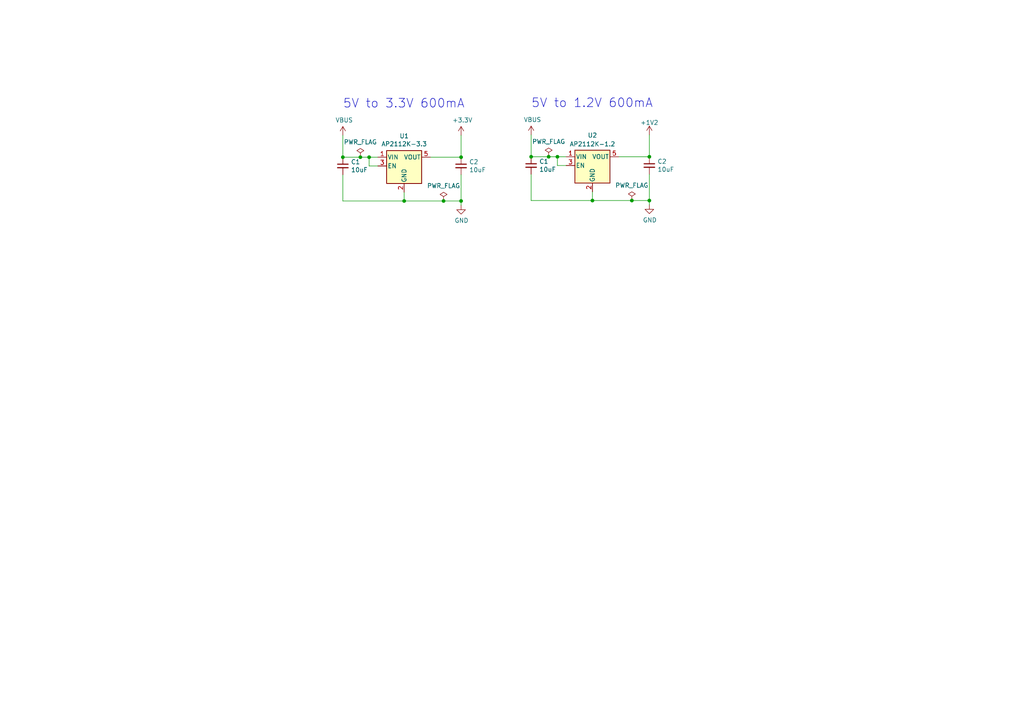
<source format=kicad_sch>
(kicad_sch (version 20230121) (generator eeschema)
  (paper "A4")
  (title_block (date "2023-04-29"))
  (lib_symbols
    (symbol "Device:C_Small" (pin_numbers hide) (pin_names (offset 0.254) hide)
      (property "Reference" "C" (at 0.254 1.778 0))
      (property "Value" "C_Small" (at 0.254 -2.032 0))
      (symbol "C_Small_0_1"
        (polyline (pts (xy -1.524 -0.508) (xy 1.524 -0.508)) (stroke (width 0.3302)))
        (polyline (pts (xy -1.524 0.508) (xy 1.524 0.508)) (stroke (width 0.3048)))
      )
      (symbol "C_Small_1_1"
        (pin passive line (at 0 2.54 270) (length 2.032) (name "~") (number "1"))
        (pin passive line (at 0 -2.54 90) (length 2.032) (name "~") (number "2"))
      )
    )
    (symbol "Regulator_Linear:AP2112K-1.2" (pin_names (offset 0.254))
      (property "Reference" "U" (at -5.08 5.715 0))
      (property "Value" "AP2112K-1.2" (at 0 5.715 0))
      (symbol "AP2112K-1.2_0_1"
        (rectangle (start -5.08 4.445) (end 5.08 -5.08) (stroke (width 0.254)) (fill (type background)))
      )
      (symbol "AP2112K-1.2_1_1"
        (pin power_in line (at -7.62 2.54 0) (length 2.54) (name "VIN") (number "1"))
        (pin power_in line (at 0 -7.62 90) (length 2.54) (name "GND") (number "2"))
        (pin input line (at -7.62 0 0) (length 2.54) (name "EN") (number "3"))
        (pin no_connect line (at 5.08 0 180) (length 2.54) hide (name "NC") (number "4"))
        (pin power_out line (at 7.62 2.54 180) (length 2.54) (name "VOUT") (number "5"))
      )
    )
    (symbol "Regulator_Linear:AP2112K-3.3" (pin_names (offset 0.254))
      (property "Reference" "U" (at -5.08 5.715 0))
      (property "Value" "AP2112K-3.3" (at 0 5.715 0))
      (symbol "AP2112K-3.3_0_1"
        (rectangle (start -5.08 4.445) (end 5.08 -5.08) (stroke (width 0.254)) (fill (type background)))
      )
      (symbol "AP2112K-3.3_1_1"
        (pin power_in line (at -7.62 2.54 0) (length 2.54) (name "VIN") (number "1"))
        (pin power_in line (at 0 -7.62 90) (length 2.54) (name "GND") (number "2"))
        (pin input line (at -7.62 0 0) (length 2.54) (name "EN") (number "3"))
        (pin no_connect line (at 5.08 0 180) (length 2.54) hide (name "NC") (number "4"))
        (pin power_out line (at 7.62 2.54 180) (length 2.54) (name "VOUT") (number "5"))
      )
    )
    (symbol "power:+1V2" (power) (pin_names (offset 0))
      (property "Value" "+1V2" (at 0 3.556 0))
      (symbol "+1V2_0_1"
        (polyline (pts (xy -0.762 1.27) (xy 0 2.54)))
        (polyline (pts (xy 0 0) (xy 0 2.54)))
        (polyline (pts (xy 0 2.54) (xy 0.762 1.27)))
      )
      (symbol "+1V2_1_1"
        (pin power_in line (at 0 0 90) (length 0) hide (name "+1V2") (number "1"))
      )
    )
    (symbol "power:+3.3V" (power) (pin_names (offset 0))
      (property "Value" "+3.3V" (at 0 3.556 0))
      (symbol "+3.3V_0_1"
        (polyline (pts (xy -0.762 1.27) (xy 0 2.54)))
        (polyline (pts (xy 0 0) (xy 0 2.54)))
        (polyline (pts (xy 0 2.54) (xy 0.762 1.27)))
      )
      (symbol "+3.3V_1_1"
        (pin power_in line (at 0 0 90) (length 0) hide (name "+3.3V") (number "1"))
      )
    )
    (symbol "power:GND" (power) (pin_names (offset 0))
      (property "Value" "GND" (at 0 -3.81 0))
      (symbol "GND_0_1"
        (polyline (pts (xy 0 0) (xy 0 -1.27) (xy 1.27 -1.27) (xy 0 -2.54) (xy -1.27 -1.27) (xy 0 -1.27)))
      )
      (symbol "GND_1_1"
        (pin power_in line (at 0 0 270) (length 0) hide (name "GND") (number "1"))
      )
    )
    (symbol "power:PWR_FLAG" (power) (pin_numbers hide) (pin_names (offset 0) hide)
      (property "Value" "PWR_FLAG" (at 0 3.81 0))
      (symbol "PWR_FLAG_0_0"
        (pin power_out line (at 0 0 90) (length 0) (name "pwr") (number "1"))
      )
      (symbol "PWR_FLAG_0_1"
        (polyline (pts (xy 0 0) (xy 0 1.27) (xy -1.016 1.905) (xy 0 2.54) (xy 1.016 1.905) (xy 0 1.27)))
      )
    )
    (symbol "power:VBUS" (power) (pin_names (offset 0))
      (property "Value" "VBUS" (at 0 3.81 0))
      (symbol "VBUS_0_1"
        (polyline (pts (xy -0.762 1.27) (xy 0 2.54)))
        (polyline (pts (xy 0 0) (xy 0 2.54)))
        (polyline (pts (xy 0 2.54) (xy 0.762 1.27)))
      )
      (symbol "VBUS_1_1"
        (pin power_in line (at 0 0 90) (length 0) hide (name "VBUS") (number "1"))
      )
    )
  )
  (junction (at 133.731 58.293))
  (junction (at 188.341 45.466))
  (junction (at 188.341 58.166))
  (junction (at 161.671 45.466))
  (junction (at 128.651 58.293))
  (junction (at 117.221 58.293))
  (junction (at 104.521 45.593))
  (junction (at 107.061 45.593))
  (junction (at 159.131 45.466))
  (junction (at 183.261 58.166))
  (junction (at 133.731 45.593))
  (junction (at 154.051 45.466))
  (junction (at 171.831 58.166))
  (junction (at 99.441 45.593))
  (wire (pts (xy 104.521 45.593) (xy 107.061 45.593)))
  (wire (pts (xy 133.731 50.673) (xy 133.731 58.293)))
  (wire (pts (xy 99.441 58.293) (xy 117.221 58.293)))
  (wire (pts (xy 171.831 55.626) (xy 171.831 58.166)))
  (wire (pts (xy 171.831 58.166) (xy 183.261 58.166)))
  (wire (pts (xy 128.651 58.293) (xy 133.731 58.293)))
  (wire (pts (xy 117.221 58.293) (xy 128.651 58.293)))
  (wire (pts (xy 154.051 39.116) (xy 154.051 45.466)))
  (wire (pts (xy 179.451 45.466) (xy 188.341 45.466)))
  (wire (pts (xy 99.441 50.673) (xy 99.441 58.293)))
  (wire (pts (xy 188.341 39.116) (xy 188.341 45.466)))
  (wire (pts (xy 188.341 58.166) (xy 188.341 59.436)))
  (wire (pts (xy 154.051 45.466) (xy 159.131 45.466)))
  (wire (pts (xy 161.671 48.006) (xy 161.671 45.466)))
  (wire (pts (xy 164.211 48.006) (xy 161.671 48.006)))
  (wire (pts (xy 161.671 45.466) (xy 164.211 45.466)))
  (wire (pts (xy 109.601 48.133) (xy 107.061 48.133)))
  (wire (pts (xy 124.841 45.593) (xy 133.731 45.593)))
  (wire (pts (xy 107.061 45.593) (xy 109.601 45.593)))
  (wire (pts (xy 154.051 58.166) (xy 171.831 58.166)))
  (wire (pts (xy 159.131 45.466) (xy 161.671 45.466)))
  (wire (pts (xy 188.341 50.546) (xy 188.341 58.166)))
  (wire (pts (xy 183.261 58.166) (xy 188.341 58.166)))
  (wire (pts (xy 99.441 39.243) (xy 99.441 45.593)))
  (wire (pts (xy 154.051 50.546) (xy 154.051 58.166)))
  (wire (pts (xy 99.441 45.593) (xy 104.521 45.593)))
  (wire (pts (xy 133.731 58.293) (xy 133.731 59.563)))
  (wire (pts (xy 117.221 55.753) (xy 117.221 58.293)))
  (wire (pts (xy 107.061 48.133) (xy 107.061 45.593)))
  (wire (pts (xy 133.731 39.243) (xy 133.731 45.593)))
  (text "5V to 3.3V 600mA" (at 99.441 31.623 0) (effects (font (size 2.54 2.54)) (justify left bottom)))
  (text "5V to 1.2V 600mA" (at 154.051 31.496 0) (effects (font (size 2.54 2.54)) (justify left bottom)))
  (symbol (lib_id "power:PWR_FLAG") (at 104.521 45.593 0) (unit 1)
    (property "Reference" "#FLG01" (effects hide))
    (property "Value" "PWR_FLAG" (at 104.521 41.1988 0))
  )
  (symbol (lib_id "Device:C_Small") (at 99.441 48.133 0) (unit 1)
    (property "Reference" "C1" (at 101.7778 46.9646 0) (effects (justify left)))
    (property "Value" "10uF" (at 101.7778 49.276 0) (effects (justify left)))
    (property "Footprint" "Capacitor_SMD:C_0805_2012Metric" (effects hide))
  )
  (symbol (lib_id "power:PWR_FLAG") (at 159.131 45.466 0) (unit 1)
    (property "Reference" "#FLG01" (effects hide))
    (property "Value" "PWR_FLAG" (at 159.131 41.0718 0))
    (instances (project "framework-dock" (path "" (reference "#FLG01") (unit 1)) (path "" (reference "#FLG03") (unit 1))))
  )
  (symbol (lib_id "power:+3.3V") (at 133.731 39.243 0) (unit 1)
    (property "Reference" "#PWR05" (effects hide))
    (property "Value" "+3.3V" (at 134.112 34.8488 0))
  )
  (symbol (lib_id "Device:C_Small") (at 188.341 48.006 0) (unit 1)
    (property "Reference" "C2" (at 190.6778 46.8376 0) (effects (justify left)))
    (property "Value" "10uF" (at 190.6778 49.149 0) (effects (justify left)))
    (property "Footprint" "Capacitor_SMD:C_0805_2012Metric" (effects hide))
    (instances (project "framework-dock" (path "" (reference "C2") (unit 1)) (path "" (reference "C4") (unit 1))))
  )
  (symbol (lib_id "Device:C_Small") (at 154.051 48.006 0) (unit 1)
    (property "Reference" "C1" (at 156.3878 46.8376 0) (effects (justify left)))
    (property "Value" "10uF" (at 156.3878 49.149 0) (effects (justify left)))
    (property "Footprint" "Capacitor_SMD:C_0805_2012Metric" (effects hide))
    (instances (project "framework-dock" (path "" (reference "C1") (unit 1)) (path "" (reference "C3") (unit 1))))
  )
  (symbol (lib_id "Regulator_Linear:AP2112K-1.2") (at 171.831 48.006 0) (unit 1)
    (property "Reference" "U2" (at 171.831 39.243 0))
    (property "Value" "AP2112K-1.2" (at 171.831 41.783 0))
    (property "Footprint" "Package_TO_SOT_SMD:SOT-23-5" (effects hide))
    (property "Datasheet" "https://www.diodes.com/assets/Datasheets/AP2112.pdf" (effects hide))
    (instances (project "framework-dock" (path "" (reference "U2") (unit 1)) (path "" (reference "U1") (unit 1))))
  )
  (symbol (lib_id "power:PWR_FLAG") (at 183.261 58.166 0) (unit 1)
    (property "Reference" "#FLG02" (effects hide))
    (property "Value" "PWR_FLAG" (at 183.261 53.7718 0))
    (instances (project "framework-dock" (path "" (reference "#FLG02") (unit 1)) (path "" (reference "#FLG04") (unit 1))))
  )
  (symbol (lib_id "power:PWR_FLAG") (at 128.651 58.293 0) (unit 1)
    (property "Reference" "#FLG02" (effects hide))
    (property "Value" "PWR_FLAG" (at 128.651 53.8988 0))
  )
  (symbol (lib_id "power:GND") (at 188.341 59.436 0) (unit 1)
    (property "Reference" "#PWR06" (effects hide))
    (property "Value" "GND" (at 188.468 63.8302 0))
    (instances (project "framework-dock" (path "" (reference "#PWR06") (unit 1)) (path "" (reference "#PWR028") (unit 1))))
  )
  (symbol (lib_id "power:VBUS") (at 99.441 39.243 0) (unit 1)
    (property "Reference" "#PWR04" (effects hide))
    (property "Value" "VBUS" (at 99.822 34.8488 0))
  )
  (symbol (lib_id "Regulator_Linear:AP2112K-3.3") (at 117.221 48.133 0) (unit 1)
    (property "Reference" "U1" (at 117.221 39.4462 0))
    (property "Value" "AP2112K-3.3" (at 117.221 41.7576 0))
    (property "Footprint" "Package_TO_SOT_SMD:SOT-23-5" (effects hide))
    (property "Datasheet" "https://www.diodes.com/assets/Datasheets/AP2112.pdf" (effects hide))
    (instances (project "framework-dock" (path "" (reference "U1") (unit 1)) (path "" (reference "U2") (unit 1))))
  )
  (symbol (lib_id "Device:C_Small") (at 133.731 48.133 0) (unit 1)
    (property "Reference" "C2" (at 136.0678 46.9646 0) (effects (justify left)))
    (property "Value" "10uF" (at 136.0678 49.276 0) (effects (justify left)))
    (property "Footprint" "Capacitor_SMD:C_0805_2012Metric" (effects hide))
  )
  (symbol (lib_id "power:VBUS") (at 154.051 39.116 0) (unit 1)
    (property "Reference" "#PWR04" (effects hide))
    (property "Value" "VBUS" (at 154.432 34.7218 0))
    (instances (project "framework-dock" (path "" (reference "#PWR04") (unit 1)) (path "" (reference "#PWR026") (unit 1))))
  )
  (symbol (lib_id "power:GND") (at 133.731 59.563 0) (unit 1)
    (property "Reference" "#PWR06" (effects hide))
    (property "Value" "GND" (at 133.858 63.9572 0))
  )
  (symbol (lib_id "power:+1V2") (at 188.341 39.116 0) (unit 1)
    (property "Reference" "#PWR027" (effects hide))
    (property "Value" "+1V2" (at 188.341 35.56 0))
  )
)
</source>
